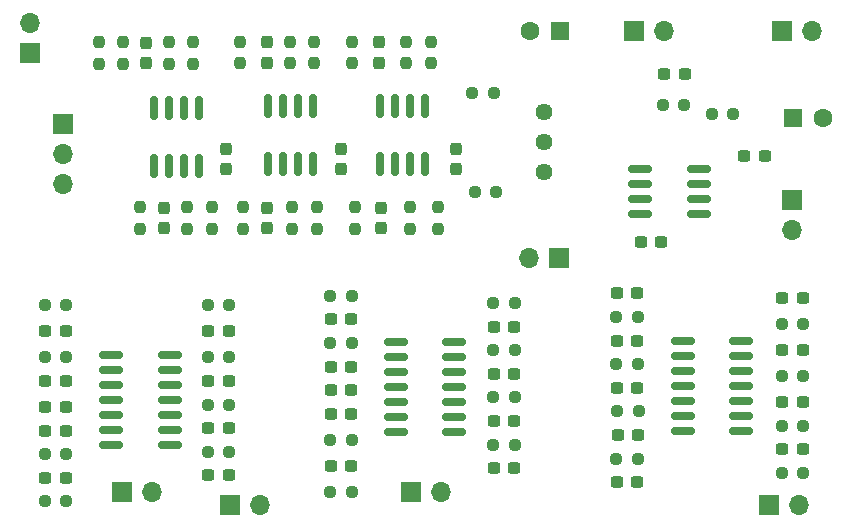
<source format=gbr>
%TF.GenerationSoftware,KiCad,Pcbnew,(6.0.10)*%
%TF.CreationDate,2023-01-04T10:23:57-08:00*%
%TF.ProjectId,audioFilters,61756469-6f46-4696-9c74-6572732e6b69,rev?*%
%TF.SameCoordinates,PX6422c40PY7459280*%
%TF.FileFunction,Soldermask,Top*%
%TF.FilePolarity,Negative*%
%FSLAX46Y46*%
G04 Gerber Fmt 4.6, Leading zero omitted, Abs format (unit mm)*
G04 Created by KiCad (PCBNEW (6.0.10)) date 2023-01-04 10:23:57*
%MOMM*%
%LPD*%
G01*
G04 APERTURE LIST*
G04 Aperture macros list*
%AMRoundRect*
0 Rectangle with rounded corners*
0 $1 Rounding radius*
0 $2 $3 $4 $5 $6 $7 $8 $9 X,Y pos of 4 corners*
0 Add a 4 corners polygon primitive as box body*
4,1,4,$2,$3,$4,$5,$6,$7,$8,$9,$2,$3,0*
0 Add four circle primitives for the rounded corners*
1,1,$1+$1,$2,$3*
1,1,$1+$1,$4,$5*
1,1,$1+$1,$6,$7*
1,1,$1+$1,$8,$9*
0 Add four rect primitives between the rounded corners*
20,1,$1+$1,$2,$3,$4,$5,0*
20,1,$1+$1,$4,$5,$6,$7,0*
20,1,$1+$1,$6,$7,$8,$9,0*
20,1,$1+$1,$8,$9,$2,$3,0*%
G04 Aperture macros list end*
%ADD10RoundRect,0.237500X0.237500X-0.250000X0.237500X0.250000X-0.237500X0.250000X-0.237500X-0.250000X0*%
%ADD11RoundRect,0.150000X0.825000X0.150000X-0.825000X0.150000X-0.825000X-0.150000X0.825000X-0.150000X0*%
%ADD12RoundRect,0.237500X0.300000X0.237500X-0.300000X0.237500X-0.300000X-0.237500X0.300000X-0.237500X0*%
%ADD13R,1.700000X1.700000*%
%ADD14O,1.700000X1.700000*%
%ADD15RoundRect,0.237500X0.250000X0.237500X-0.250000X0.237500X-0.250000X-0.237500X0.250000X-0.237500X0*%
%ADD16RoundRect,0.237500X-0.300000X-0.237500X0.300000X-0.237500X0.300000X0.237500X-0.300000X0.237500X0*%
%ADD17RoundRect,0.237500X0.237500X-0.300000X0.237500X0.300000X-0.237500X0.300000X-0.237500X-0.300000X0*%
%ADD18RoundRect,0.237500X-0.250000X-0.237500X0.250000X-0.237500X0.250000X0.237500X-0.250000X0.237500X0*%
%ADD19RoundRect,0.237500X-0.237500X0.300000X-0.237500X-0.300000X0.237500X-0.300000X0.237500X0.300000X0*%
%ADD20RoundRect,0.150000X-0.150000X0.825000X-0.150000X-0.825000X0.150000X-0.825000X0.150000X0.825000X0*%
%ADD21RoundRect,0.237500X-0.237500X0.250000X-0.237500X-0.250000X0.237500X-0.250000X0.237500X0.250000X0*%
%ADD22R,1.600000X1.600000*%
%ADD23C,1.600000*%
%ADD24RoundRect,0.150000X-0.825000X-0.150000X0.825000X-0.150000X0.825000X0.150000X-0.825000X0.150000X0*%
%ADD25C,1.440000*%
G04 APERTURE END LIST*
D10*
%TO.C,R20*%
X37125000Y39627500D03*
X37125000Y41452500D03*
%TD*%
D11*
%TO.C,U4*%
X59800000Y26835000D03*
X59800000Y28105000D03*
X59800000Y29375000D03*
X59800000Y30645000D03*
X54850000Y30645000D03*
X54850000Y29375000D03*
X54850000Y28105000D03*
X54850000Y26835000D03*
%TD*%
D12*
%TO.C,C25*%
X68587500Y15340000D03*
X66862500Y15340000D03*
%TD*%
D13*
%TO.C,J4*%
X35440000Y3340000D03*
D14*
X37980000Y3340000D03*
%TD*%
D15*
%TO.C,R40*%
X68637500Y8940000D03*
X66812500Y8940000D03*
%TD*%
D10*
%TO.C,R13*%
X21225000Y25627500D03*
X21225000Y27452500D03*
%TD*%
D16*
%TO.C,C20*%
X4462500Y16940000D03*
X6187500Y16940000D03*
%TD*%
D13*
%TO.C,J8*%
X65725000Y2200000D03*
D14*
X68265000Y2200000D03*
%TD*%
D15*
%TO.C,R38*%
X44237500Y7340000D03*
X42412500Y7340000D03*
%TD*%
D17*
%TO.C,C11*%
X23225000Y39677500D03*
X23225000Y41402500D03*
%TD*%
%TO.C,C7*%
X39225000Y30677500D03*
X39225000Y32402500D03*
%TD*%
D16*
%TO.C,C19*%
X28662500Y17940000D03*
X30387500Y17940000D03*
%TD*%
D17*
%TO.C,C6*%
X29475000Y30677500D03*
X29475000Y32402500D03*
%TD*%
D15*
%TO.C,R9*%
X62725000Y35340000D03*
X60900000Y35340000D03*
%TD*%
D16*
%TO.C,C23*%
X66862500Y19740000D03*
X68587500Y19740000D03*
%TD*%
D12*
%TO.C,C36*%
X54587500Y4140000D03*
X52862500Y4140000D03*
%TD*%
%TO.C,C29*%
X19987500Y16940000D03*
X18262500Y16940000D03*
%TD*%
D16*
%TO.C,C16*%
X52862500Y16140000D03*
X54587500Y16140000D03*
%TD*%
D18*
%TO.C,R46*%
X52887500Y10200000D03*
X54712500Y10200000D03*
%TD*%
D10*
%TO.C,R1*%
X9027500Y39587500D03*
X9027500Y41412500D03*
%TD*%
D12*
%TO.C,C18*%
X6187500Y12740000D03*
X4462500Y12740000D03*
%TD*%
D18*
%TO.C,R37*%
X18212500Y10740000D03*
X20037500Y10740000D03*
%TD*%
D19*
%TO.C,C14*%
X32925000Y27402500D03*
X32925000Y25677500D03*
%TD*%
D13*
%TO.C,J2*%
X5925000Y34480000D03*
D14*
X5925000Y31940000D03*
X5925000Y29400000D03*
%TD*%
D18*
%TO.C,R31*%
X18212500Y19140000D03*
X20037500Y19140000D03*
%TD*%
D15*
%TO.C,R42*%
X30437500Y3340000D03*
X28612500Y3340000D03*
%TD*%
D16*
%TO.C,C27*%
X18262500Y12740000D03*
X19987500Y12740000D03*
%TD*%
D15*
%TO.C,R33*%
X20037500Y14740000D03*
X18212500Y14740000D03*
%TD*%
D13*
%TO.C,J10*%
X20125000Y2200000D03*
D14*
X22665000Y2200000D03*
%TD*%
D15*
%TO.C,R34*%
X68637500Y13140000D03*
X66812500Y13140000D03*
%TD*%
D13*
%TO.C,J6*%
X47925000Y23140000D03*
D14*
X45385000Y23140000D03*
%TD*%
D13*
%TO.C,J5*%
X10925000Y3340000D03*
D14*
X13465000Y3340000D03*
%TD*%
D18*
%TO.C,R36*%
X42412500Y11340000D03*
X44237500Y11340000D03*
%TD*%
D16*
%TO.C,C30*%
X66862500Y10940000D03*
X68587500Y10940000D03*
%TD*%
D20*
%TO.C,U3*%
X36630000Y36015000D03*
X35360000Y36015000D03*
X34090000Y36015000D03*
X32820000Y36015000D03*
X32820000Y31065000D03*
X34090000Y31065000D03*
X35360000Y31065000D03*
X36630000Y31065000D03*
%TD*%
D16*
%TO.C,C41*%
X4462500Y4540000D03*
X6187500Y4540000D03*
%TD*%
D10*
%TO.C,R12*%
X25387500Y25627500D03*
X25387500Y27452500D03*
%TD*%
D21*
%TO.C,R17*%
X30475000Y41452500D03*
X30475000Y39627500D03*
%TD*%
%TO.C,R3*%
X11045000Y41412500D03*
X11045000Y39587500D03*
%TD*%
D12*
%TO.C,C15*%
X54587500Y20140000D03*
X52862500Y20140000D03*
%TD*%
D15*
%TO.C,R25*%
X6237500Y19140000D03*
X4412500Y19140000D03*
%TD*%
D16*
%TO.C,C21*%
X52862500Y12140000D03*
X54587500Y12140000D03*
%TD*%
D18*
%TO.C,R47*%
X52812500Y6140000D03*
X54637500Y6140000D03*
%TD*%
D10*
%TO.C,R21*%
X37725000Y25627500D03*
X37725000Y27452500D03*
%TD*%
D16*
%TO.C,C22*%
X28662500Y11940000D03*
X30387500Y11940000D03*
%TD*%
%TO.C,C37*%
X52937500Y8200000D03*
X54662500Y8200000D03*
%TD*%
D15*
%TO.C,R43*%
X6237500Y2540000D03*
X4412500Y2540000D03*
%TD*%
%TO.C,R24*%
X30437500Y19940000D03*
X28612500Y19940000D03*
%TD*%
D17*
%TO.C,C13*%
X32725000Y39677500D03*
X32725000Y41402500D03*
%TD*%
D15*
%TO.C,R32*%
X44237500Y15340000D03*
X42412500Y15340000D03*
%TD*%
D12*
%TO.C,C31*%
X68587500Y6940000D03*
X66862500Y6940000D03*
%TD*%
D18*
%TO.C,R6*%
X56725000Y36140000D03*
X58550000Y36140000D03*
%TD*%
D12*
%TO.C,C38*%
X30387500Y9940000D03*
X28662500Y9940000D03*
%TD*%
%TO.C,C34*%
X44187500Y9340000D03*
X42462500Y9340000D03*
%TD*%
D16*
%TO.C,C2*%
X56862500Y38740000D03*
X58587500Y38740000D03*
%TD*%
D21*
%TO.C,R10*%
X25225000Y41452500D03*
X25225000Y39627500D03*
%TD*%
D18*
%TO.C,R44*%
X28612500Y7740000D03*
X30437500Y7740000D03*
%TD*%
D10*
%TO.C,R4*%
X16475000Y25627500D03*
X16475000Y27452500D03*
%TD*%
D13*
%TO.C,J9*%
X66800000Y42400000D03*
D14*
X69340000Y42400000D03*
%TD*%
D16*
%TO.C,C26*%
X42462500Y13340000D03*
X44187500Y13340000D03*
%TD*%
D17*
%TO.C,C3*%
X19725000Y30677500D03*
X19725000Y32402500D03*
%TD*%
D20*
%TO.C,U1*%
X17510000Y35875000D03*
X16240000Y35875000D03*
X14970000Y35875000D03*
X13700000Y35875000D03*
X13700000Y30925000D03*
X14970000Y30925000D03*
X16240000Y30925000D03*
X17510000Y30925000D03*
%TD*%
D13*
%TO.C,J7*%
X3200000Y40525000D03*
D14*
X3200000Y43065000D03*
%TD*%
D18*
%TO.C,R29*%
X52812500Y18140000D03*
X54637500Y18140000D03*
%TD*%
D17*
%TO.C,C4*%
X12975000Y39637500D03*
X12975000Y41362500D03*
%TD*%
D18*
%TO.C,R22*%
X40612500Y37140000D03*
X42437500Y37140000D03*
%TD*%
D22*
%TO.C,C9*%
X67794888Y35000000D03*
D23*
X70294888Y35000000D03*
%TD*%
D12*
%TO.C,C17*%
X30387500Y13940000D03*
X28662500Y13940000D03*
%TD*%
D16*
%TO.C,C24*%
X4462500Y10540000D03*
X6187500Y10540000D03*
%TD*%
%TO.C,C33*%
X18262500Y4740000D03*
X19987500Y4740000D03*
%TD*%
D18*
%TO.C,R45*%
X4412500Y6540000D03*
X6237500Y6540000D03*
%TD*%
%TO.C,R27*%
X4412500Y14740000D03*
X6237500Y14740000D03*
%TD*%
D19*
%TO.C,C5*%
X14475000Y27402500D03*
X14475000Y25677500D03*
%TD*%
D10*
%TO.C,R7*%
X16975000Y39587500D03*
X16975000Y41412500D03*
%TD*%
D16*
%TO.C,C8*%
X63662500Y31740000D03*
X65387500Y31740000D03*
%TD*%
D21*
%TO.C,R11*%
X20975000Y41452500D03*
X20975000Y39627500D03*
%TD*%
D24*
%TO.C,U5*%
X58450000Y16150000D03*
X58450000Y14880000D03*
X58450000Y13610000D03*
X58450000Y12340000D03*
X58450000Y11070000D03*
X58450000Y9800000D03*
X58450000Y8530000D03*
X63400000Y8530000D03*
X63400000Y9800000D03*
X63400000Y11070000D03*
X63400000Y12340000D03*
X63400000Y13610000D03*
X63400000Y14880000D03*
X63400000Y16150000D03*
%TD*%
D13*
%TO.C,J1*%
X54325000Y42340000D03*
D14*
X56865000Y42340000D03*
%TD*%
D12*
%TO.C,C28*%
X44187500Y17340000D03*
X42462500Y17340000D03*
%TD*%
D10*
%TO.C,R14*%
X27225000Y39627500D03*
X27225000Y41452500D03*
%TD*%
%TO.C,R19*%
X30725000Y25627500D03*
X30725000Y27452500D03*
%TD*%
D24*
%TO.C,U7*%
X10050000Y14950000D03*
X10050000Y13680000D03*
X10050000Y12410000D03*
X10050000Y11140000D03*
X10050000Y9870000D03*
X10050000Y8600000D03*
X10050000Y7330000D03*
X15000000Y7330000D03*
X15000000Y8600000D03*
X15000000Y9870000D03*
X15000000Y11140000D03*
X15000000Y12410000D03*
X15000000Y13680000D03*
X15000000Y14950000D03*
%TD*%
D16*
%TO.C,C10*%
X54862500Y24540000D03*
X56587500Y24540000D03*
%TD*%
D10*
%TO.C,R18*%
X35325000Y25627500D03*
X35325000Y27452500D03*
%TD*%
D20*
%TO.C,U2*%
X27130000Y36015000D03*
X25860000Y36015000D03*
X24590000Y36015000D03*
X23320000Y36015000D03*
X23320000Y31065000D03*
X24590000Y31065000D03*
X25860000Y31065000D03*
X27130000Y31065000D03*
%TD*%
D18*
%TO.C,R26*%
X28612500Y15940000D03*
X30437500Y15940000D03*
%TD*%
D24*
%TO.C,U6*%
X34125000Y16010000D03*
X34125000Y14740000D03*
X34125000Y13470000D03*
X34125000Y12200000D03*
X34125000Y10930000D03*
X34125000Y9660000D03*
X34125000Y8390000D03*
X39075000Y8390000D03*
X39075000Y9660000D03*
X39075000Y10930000D03*
X39075000Y12200000D03*
X39075000Y13470000D03*
X39075000Y14740000D03*
X39075000Y16010000D03*
%TD*%
D18*
%TO.C,R30*%
X42412500Y19340000D03*
X44237500Y19340000D03*
%TD*%
%TO.C,R23*%
X40812500Y28740000D03*
X42637500Y28740000D03*
%TD*%
D12*
%TO.C,C39*%
X6187500Y8540000D03*
X4462500Y8540000D03*
%TD*%
D25*
%TO.C,RV1*%
X46725000Y35490000D03*
X46725000Y32950000D03*
X46725000Y30410000D03*
%TD*%
D15*
%TO.C,R39*%
X20037500Y6740000D03*
X18212500Y6740000D03*
%TD*%
%TO.C,R35*%
X68637500Y17540000D03*
X66812500Y17540000D03*
%TD*%
D18*
%TO.C,R28*%
X52812500Y14140000D03*
X54637500Y14140000D03*
%TD*%
D19*
%TO.C,C12*%
X23225000Y27402500D03*
X23225000Y25677500D03*
%TD*%
D10*
%TO.C,R8*%
X18600000Y25627500D03*
X18600000Y27452500D03*
%TD*%
D15*
%TO.C,R41*%
X68637500Y4940000D03*
X66812500Y4940000D03*
%TD*%
D12*
%TO.C,C35*%
X19987500Y8740000D03*
X18262500Y8740000D03*
%TD*%
D21*
%TO.C,R16*%
X34975000Y41452500D03*
X34975000Y39627500D03*
%TD*%
D22*
%TO.C,C1*%
X48005112Y42400000D03*
D23*
X45505112Y42400000D03*
%TD*%
D10*
%TO.C,R15*%
X27475000Y25627500D03*
X27475000Y27452500D03*
%TD*%
D21*
%TO.C,R2*%
X14975000Y41412500D03*
X14975000Y39587500D03*
%TD*%
D10*
%TO.C,R5*%
X12475000Y25627500D03*
X12475000Y27452500D03*
%TD*%
D16*
%TO.C,C32*%
X42462500Y5340000D03*
X44187500Y5340000D03*
%TD*%
%TO.C,C40*%
X28662500Y5540000D03*
X30387500Y5540000D03*
%TD*%
D13*
%TO.C,J3*%
X67725000Y28015000D03*
D14*
X67725000Y25475000D03*
%TD*%
M02*

</source>
